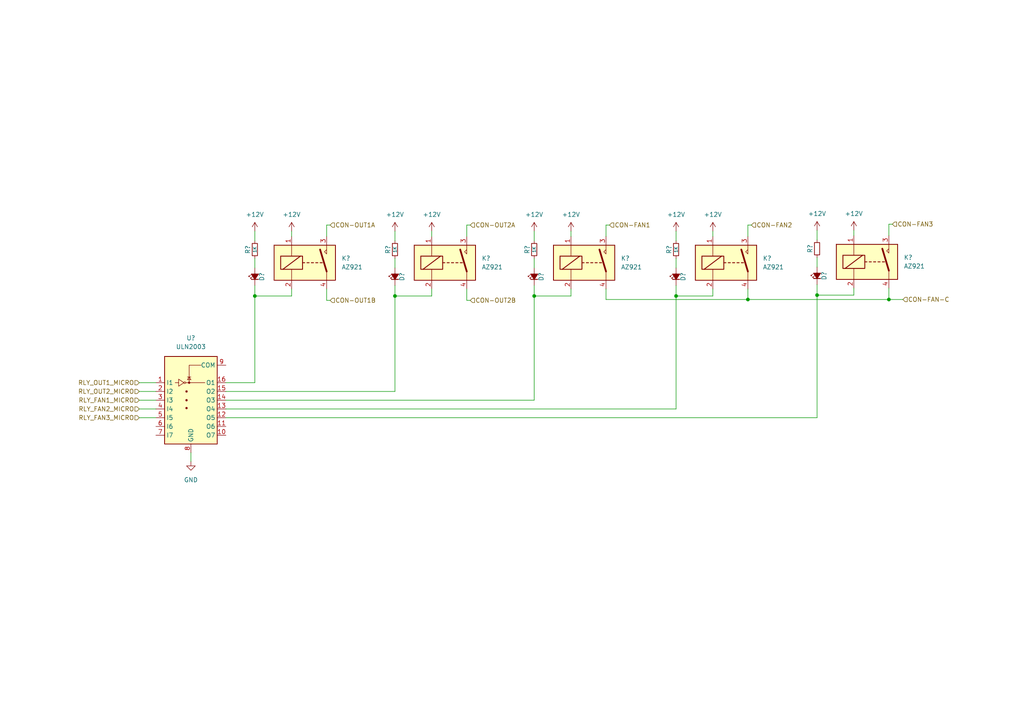
<source format=kicad_sch>
(kicad_sch (version 20230121) (generator eeschema)
  (paper "A4")
  (title_block (title "RoomLink") (date "2023-06-17") (rev "Version 1.0") (company "Designer: Raudy Rodríguez Moreno"))
  (lib_symbols
    (symbol "DIPxx-1Axx-13x_1"
      (property "Reference" "K3" (at 9.398 1.27 0))
      (property "Value" "AZ921" (at 9.398 -1.27 0))
      (symbol "DIPxx-1Axx-13x_1_0_0"
        (polyline (pts (xy 5.08 5.08) (xy 5.08 2.54) (xy 4.445 3.175) (xy 5.08 3.81)))
      )
      (symbol "DIPxx-1Axx-13x_1_0_1"
        (rectangle (start -10.16 5.08) (end 7.62 -5.08) (stroke (width 0.254)) (fill (type background)))
        (rectangle (start -8.255 1.905) (end -1.905 -1.905) (stroke (width 0.254)))
        (polyline (pts (xy -7.62 -1.905) (xy -2.54 1.905)) (stroke (width 0.254)))
        (polyline (pts (xy -5.08 -5.08) (xy -5.08 -1.905)))
        (polyline (pts (xy -5.08 5.08) (xy -5.08 1.905)))
        (polyline (pts (xy -1.905 0) (xy -1.27 0)) (stroke (width 0.254)))
        (polyline (pts (xy -0.635 0) (xy 0 0)) (stroke (width 0.254)))
        (polyline (pts (xy 0.635 0) (xy 1.27 0)) (stroke (width 0.254)))
        (polyline (pts (xy 1.905 0) (xy 2.54 0)) (stroke (width 0.254)))
        (polyline (pts (xy 3.175 0) (xy 3.81 0)) (stroke (width 0.254)))
        (polyline (pts (xy 5.08 -2.54) (xy 3.175 3.81)) (stroke (width 0.508)))
        (polyline (pts (xy 5.08 -2.54) (xy 5.08 -5.08)))
      )
      (symbol "DIPxx-1Axx-13x_1_1_1"
        (pin passive line (at -5.08 7.62 270) (length 2.54) (name "~") (number "1"))
        (pin passive line (at -5.08 -7.62 90) (length 2.54) (name "~") (number "2"))
        (pin passive line (at 5.08 7.62 270) (length 2.54) (name "~") (number "3"))
        (pin passive line (at 5.08 -7.62 90) (length 2.54) (name "~") (number "4"))
      )
    )
    (symbol "Device:LED_Small_Filled" (pin_numbers hide) (pin_names (offset 0.254) hide)
      (property "Reference" "D" (at -1.27 3.175 0))
      (property "Value" "LED_Small_Filled" (at -4.445 -2.54 0))
      (symbol "LED_Small_Filled_0_1"
        (polyline (pts (xy -0.762 -1.016) (xy -0.762 1.016)) (stroke (width 0.254)))
        (polyline (pts (xy 1.016 0) (xy -0.762 0)))
        (polyline (pts (xy 0.762 -1.016) (xy -0.762 0) (xy 0.762 1.016) (xy 0.762 -1.016)) (stroke (width 0.254)) (fill (type outline)))
        (polyline (pts (xy 0 0.762) (xy -0.508 1.27) (xy -0.254 1.27) (xy -0.508 1.27) (xy -0.508 1.016)))
        (polyline (pts (xy 0.508 1.27) (xy 0 1.778) (xy 0.254 1.778) (xy 0 1.778) (xy 0 1.524)))
      )
      (symbol "LED_Small_Filled_1_1"
        (pin passive line (at -2.54 0 0) (length 1.778) (name "K") (number "1"))
        (pin passive line (at 2.54 0 180) (length 1.778) (name "A") (number "2"))
      )
    )
    (symbol "Device:R_Small" (pin_numbers hide) (pin_names (offset 0.254) hide)
      (property "Reference" "R" (at 0.762 0.508 0))
      (property "Value" "R_Small" (at 0.762 -1.016 0))
      (symbol "R_Small_0_1"
        (rectangle (start -0.762 1.778) (end 0.762 -1.778) (stroke (width 0.2032)))
      )
      (symbol "R_Small_1_1"
        (pin passive line (at 0 2.54 270) (length 0.762) (name "~") (number "1"))
        (pin passive line (at 0 -2.54 90) (length 0.762) (name "~") (number "2"))
      )
    )
    (symbol "Transistor_Array:ULN2003"
      (property "Reference" "U" (at 0 15.875 0))
      (property "Value" "ULN2003" (at 0 13.97 0))
      (symbol "ULN2003_0_1"
        (rectangle (start -7.62 -12.7) (end 7.62 12.7) (stroke (width 0.254)) (fill (type background)))
        (circle (center -1.778 5.08) (radius 0.254))
        (circle (center -1.27 -2.286) (radius 0.254) (fill (type outline)))
        (circle (center -1.27 0) (radius 0.254) (fill (type outline)))
        (circle (center -1.27 2.54) (radius 0.254) (fill (type outline)))
        (circle (center -0.508 5.08) (radius 0.254) (fill (type outline)))
        (polyline (pts (xy -4.572 5.08) (xy -3.556 5.08)))
        (polyline (pts (xy -1.524 5.08) (xy 4.064 5.08)))
        (polyline (pts (xy 0 6.731) (xy -1.016 6.731)))
        (polyline (pts (xy -0.508 5.08) (xy -0.508 10.16) (xy 2.921 10.16)))
        (polyline (pts (xy -3.556 6.096) (xy -3.556 4.064) (xy -2.032 5.08) (xy -3.556 6.096)))
        (polyline (pts (xy 0 5.969) (xy -1.016 5.969) (xy -0.508 6.731) (xy 0 5.969)))
      )
      (symbol "ULN2003_1_1"
        (pin input line (at -10.16 5.08 0) (length 2.54) (name "I1") (number "1"))
        (pin open_collector line (at 10.16 -10.16 180) (length 2.54) (name "O7") (number "10"))
        (pin open_collector line (at 10.16 -7.62 180) (length 2.54) (name "O6") (number "11"))
        (pin open_collector line (at 10.16 -5.08 180) (length 2.54) (name "O5") (number "12"))
        (pin open_collector line (at 10.16 -2.54 180) (length 2.54) (name "O4") (number "13"))
        (pin open_collector line (at 10.16 0 180) (length 2.54) (name "O3") (number "14"))
        (pin open_collector line (at 10.16 2.54 180) (length 2.54) (name "O2") (number "15"))
        (pin open_collector line (at 10.16 5.08 180) (length 2.54) (name "O1") (number "16"))
        (pin input line (at -10.16 2.54 0) (length 2.54) (name "I2") (number "2"))
        (pin input line (at -10.16 0 0) (length 2.54) (name "I3") (number "3"))
        (pin input line (at -10.16 -2.54 0) (length 2.54) (name "I4") (number "4"))
        (pin input line (at -10.16 -5.08 0) (length 2.54) (name "I5") (number "5"))
        (pin input line (at -10.16 -7.62 0) (length 2.54) (name "I6") (number "6"))
        (pin input line (at -10.16 -10.16 0) (length 2.54) (name "I7") (number "7"))
        (pin power_in line (at 0 -15.24 90) (length 2.54) (name "GND") (number "8"))
        (pin passive line (at 10.16 10.16 180) (length 2.54) (name "COM") (number "9"))
      )
    )
    (symbol "power:+12V" (power) (pin_names (offset 0))
      (property "Value" "+12V" (at 0 3.556 0))
      (symbol "+12V_0_1"
        (polyline (pts (xy -0.762 1.27) (xy 0 2.54)))
        (polyline (pts (xy 0 0) (xy 0 2.54)))
        (polyline (pts (xy 0 2.54) (xy 0.762 1.27)))
      )
      (symbol "+12V_1_1"
        (pin power_in line (at 0 0 90) (length 0) hide (name "+12V") (number "1"))
      )
    )
    (symbol "power:GND" (power) (pin_names (offset 0))
      (property "Value" "GND" (at 0 -3.81 0))
      (symbol "GND_0_1"
        (polyline (pts (xy 0 0) (xy 0 -1.27) (xy 1.27 -1.27) (xy 0 -2.54) (xy -1.27 -1.27) (xy 0 -1.27)))
      )
      (symbol "GND_1_1"
        (pin power_in line (at 0 0 270) (length 0) hide (name "GND") (number "1"))
      )
    )
  )
  (junction (at 216.916 86.868))
  (junction (at 236.982 85.598))
  (junction (at 73.914 85.852))
  (junction (at 257.81 86.868))
  (junction (at 114.554 85.852))
  (junction (at 154.94 85.852))
  (junction (at 196.088 85.852))
  (wire (pts (xy 216.916 83.82) (xy 216.916 86.868)))
  (wire (pts (xy 247.65 85.598) (xy 236.982 85.598)))
  (wire (pts (xy 136.398 65.278) (xy 135.382 65.278)))
  (wire (pts (xy 196.088 118.618) (xy 65.532 118.618)))
  (wire (pts (xy 55.372 131.318) (xy 55.372 133.858)))
  (wire (pts (xy 65.532 113.538) (xy 114.554 113.538)))
  (wire (pts (xy 114.554 67.056) (xy 114.554 69.85)))
  (wire (pts (xy 236.982 85.598) (xy 236.982 121.158)))
  (wire (pts (xy 257.81 83.566) (xy 257.81 86.868)))
  (wire (pts (xy 135.382 65.278) (xy 135.382 68.58)))
  (wire (pts (xy 65.532 116.078) (xy 154.94 116.078)))
  (wire (pts (xy 236.982 66.802) (xy 236.982 69.596)))
  (wire (pts (xy 40.386 110.998) (xy 45.212 110.998)))
  (wire (pts (xy 196.088 85.852) (xy 196.088 118.618)))
  (wire (pts (xy 84.582 85.852) (xy 73.914 85.852)))
  (wire (pts (xy 217.932 65.278) (xy 216.916 65.278)))
  (wire (pts (xy 165.608 67.056) (xy 165.608 68.58)))
  (wire (pts (xy 125.222 85.852) (xy 114.554 85.852)))
  (wire (pts (xy 40.386 113.538) (xy 45.212 113.538)))
  (wire (pts (xy 258.826 65.024) (xy 257.81 65.024)))
  (wire (pts (xy 40.386 118.618) (xy 45.212 118.618)))
  (wire (pts (xy 94.742 83.82) (xy 94.742 87.122)))
  (wire (pts (xy 114.554 74.93) (xy 114.554 77.724)))
  (wire (pts (xy 136.398 87.122) (xy 135.382 87.122)))
  (wire (pts (xy 95.758 87.122) (xy 94.742 87.122)))
  (wire (pts (xy 206.756 83.82) (xy 206.756 85.852)))
  (wire (pts (xy 114.554 82.804) (xy 114.554 85.852)))
  (wire (pts (xy 125.222 67.056) (xy 125.222 68.58)))
  (wire (pts (xy 154.94 74.93) (xy 154.94 77.724)))
  (wire (pts (xy 165.608 83.82) (xy 165.608 85.852)))
  (wire (pts (xy 94.742 65.278) (xy 94.742 68.58)))
  (wire (pts (xy 176.784 65.278) (xy 175.768 65.278)))
  (wire (pts (xy 175.768 65.278) (xy 175.768 68.58)))
  (wire (pts (xy 73.914 67.056) (xy 73.914 69.85)))
  (wire (pts (xy 175.768 83.82) (xy 175.768 86.868)))
  (wire (pts (xy 73.914 82.804) (xy 73.914 85.852)))
  (wire (pts (xy 236.982 82.55) (xy 236.982 85.598)))
  (wire (pts (xy 40.386 116.078) (xy 45.212 116.078)))
  (wire (pts (xy 114.554 85.852) (xy 114.554 113.538)))
  (wire (pts (xy 247.65 66.802) (xy 247.65 68.326)))
  (wire (pts (xy 175.768 86.868) (xy 216.916 86.868)))
  (wire (pts (xy 84.582 67.056) (xy 84.582 68.58)))
  (wire (pts (xy 135.382 83.82) (xy 135.382 87.122)))
  (wire (pts (xy 40.386 121.158) (xy 45.212 121.158)))
  (wire (pts (xy 73.914 110.998) (xy 65.532 110.998)))
  (wire (pts (xy 154.94 85.852) (xy 154.94 116.078)))
  (wire (pts (xy 247.65 83.566) (xy 247.65 85.598)))
  (wire (pts (xy 216.916 86.868) (xy 257.81 86.868)))
  (wire (pts (xy 154.94 67.056) (xy 154.94 69.85)))
  (wire (pts (xy 196.088 74.93) (xy 196.088 77.724)))
  (wire (pts (xy 165.608 85.852) (xy 154.94 85.852)))
  (wire (pts (xy 196.088 67.056) (xy 196.088 69.85)))
  (wire (pts (xy 236.982 74.676) (xy 236.982 77.47)))
  (wire (pts (xy 73.914 85.852) (xy 73.914 110.998)))
  (wire (pts (xy 257.81 65.024) (xy 257.81 68.326)))
  (wire (pts (xy 196.088 82.804) (xy 196.088 85.852)))
  (wire (pts (xy 125.222 83.82) (xy 125.222 85.852)))
  (wire (pts (xy 206.756 67.056) (xy 206.756 68.58)))
  (wire (pts (xy 65.532 121.158) (xy 236.982 121.158)))
  (wire (pts (xy 154.94 82.804) (xy 154.94 85.852)))
  (wire (pts (xy 95.758 65.278) (xy 94.742 65.278)))
  (wire (pts (xy 257.81 86.868) (xy 261.874 86.868)))
  (wire (pts (xy 216.916 65.278) (xy 216.916 68.58)))
  (wire (pts (xy 84.582 83.82) (xy 84.582 85.852)))
  (wire (pts (xy 73.914 74.93) (xy 73.914 77.724)))
  (wire (pts (xy 206.756 85.852) (xy 196.088 85.852)))
  (hierarchical_label "RLY_FAN3_MICRO" (shape input) (at 40.386 121.158 180))
  (hierarchical_label "CON-FAN2" (shape input) (at 217.932 65.278 0))
  (hierarchical_label "CON-OUT1A" (shape input) (at 95.758 65.278 0))
  (hierarchical_label "CON-OUT2B" (shape input) (at 136.398 87.122 0))
  (hierarchical_label "RLY_OUT2_MICRO" (shape input) (at 40.386 113.538 180))
  (hierarchical_label "RLY_FAN2_MICRO" (shape input) (at 40.386 118.618 180))
  (hierarchical_label "CON-FAN-C" (shape input) (at 261.874 86.868 0))
  (hierarchical_label "CON-OUT1B" (shape input) (at 95.758 87.122 0))
  (hierarchical_label "RLY_FAN1_MICRO" (shape input) (at 40.386 116.078 180))
  (hierarchical_label "RLY_OUT1_MICRO" (shape input) (at 40.386 110.998 180))
  (hierarchical_label "CON-FAN3" (shape input) (at 258.826 65.024 0))
  (hierarchical_label "CON-OUT2A" (shape input) (at 136.398 65.278 0))
  (hierarchical_label "CON-FAN1" (shape input) (at 176.784 65.278 0))
  (symbol (lib_id "power:GND") (at 55.372 133.858 0) (unit 1)
    (property "Reference" "#PWR024" (effects hide))
    (property "Value" "GND" (at 55.372 139.192 0))
  )
  (symbol (lib_id "Device:LED_Small_Filled") (at 73.914 80.264 90) (unit 1)
    (property "Reference" "D?" (at 75.946 80.264 0))
    (property "Value" "LED_Small_Filled" (effects hide))
    (property "Footprint" "LED_SMD:LED_0805_2012Metric_Pad1.15x1.40mm_HandSolder" (effects hide))
    (instances (project "RoomLink" (path "" (reference "D?") (unit 1)) (path "" (reference "D?") (unit 1)) (path "" (reference "D?") (unit 1)) (path "" (reference "D?") (unit 1)) (path "" (reference "D?") (unit 1)) (path "" (reference "D4") (unit 1))))
  )
  (symbol (lib_id "power:+12V") (at 154.94 67.056 0) (unit 1)
    (property "Reference" "#PWR029" (effects hide))
    (property "Value" "+12V" (at 154.94 62.23 0))
  )
  (symbol (lib_id "Device:LED_Small_Filled") (at 196.088 80.264 90) (unit 1)
    (property "Reference" "D?" (at 198.12 80.264 0))
    (property "Value" "LED_Small_Filled" (effects hide))
    (property "Footprint" "LED_SMD:LED_0805_2012Metric_Pad1.15x1.40mm_HandSolder" (effects hide))
    (instances (project "RoomLink" (path "" (reference "D?") (unit 1)) (path "" (reference "D?") (unit 1)) (path "" (reference "D?") (unit 1)) (path "" (reference "D?") (unit 1)) (path "" (reference "D?") (unit 1)) (path "" (reference "D7") (unit 1))))
  )
  (symbol (lib_id "power:+12V") (at 73.914 67.056 0) (unit 1)
    (property "Reference" "#PWR025" (effects hide))
    (property "Value" "+12V" (at 73.914 62.23 0))
  )
  (symbol (lib_name "DIPxx-1Axx-13x_1") (lib_id "Relay:DIPxx-1Axx-13x") (at 170.688 76.2 0) (unit 1)
    (property "Reference" "K?" (at 180.086 74.93 0) (effects (justify left)))
    (property "Value" "AZ921" (at 180.086 77.47 0) (effects (justify left)))
    (property "Footprint" "LibKiCad:AZ921" (effects hide))
    (property "Datasheet" "https://www.azettler.com/pdfs/az921.pdf" (effects hide))
    (instances (project "RoomLink" (path "" (reference "K?") (unit 1)) (path "" (reference "K?") (unit 1)) (path "" (reference "K?") (unit 1)) (path "" (reference "K?") (unit 1)) (path "" (reference "K?") (unit 1)) (path "" (reference "K3") (unit 1))))
  )
  (symbol (lib_id "Transistor_Array:ULN2003") (at 55.372 116.078 0) (unit 1)
    (property "Reference" "U?" (at 55.372 98.044 0))
    (property "Value" "ULN2003" (at 55.372 100.584 0))
    (property "Footprint" "LibKiCad:ULN2003-16N" (effects hide))
    (property "Datasheet" "http://www.ti.com/lit/ds/symlink/uln2003a.pdf" (effects hide))
    (instances (project "RoomLink" (path "" (reference "U?") (unit 1)) (path "" (reference "U?") (unit 1)) (path "" (reference "U?") (unit 1)) (path "" (reference "U?") (unit 1)) (path "" (reference "U?") (unit 1)) (path "" (reference "U4") (unit 1))))
  )
  (symbol (lib_name "DIPxx-1Axx-13x_1") (lib_id "Relay:DIPxx-1Axx-13x") (at 252.73 75.946 0) (unit 1)
    (property "Reference" "K?" (at 262.128 74.676 0) (effects (justify left)))
    (property "Value" "AZ921" (at 262.128 77.216 0) (effects (justify left)))
    (property "Footprint" "LibKiCad:AZ921" (effects hide))
    (property "Datasheet" "https://www.azettler.com/pdfs/az921.pdf" (effects hide))
    (instances (project "RoomLink" (path "" (reference "K?") (unit 1)) (path "" (reference "K?") (unit 1)) (path "" (reference "K?") (unit 1)) (path "" (reference "K?") (unit 1)) (path "" (reference "K?") (unit 1)) (path "" (reference "K5") (unit 1))))
  )
  (symbol (lib_id "Device:R_Small") (at 196.088 72.39 180) (unit 1)
    (property "Reference" "R?" (at 194.056 72.39 90))
    (property "Value" "1K" (at 196.088 72.39 90) (effects (font (size 0.9 0.9))))
    (property "Footprint" "Resistor_SMD:R_0805_2012Metric_Pad1.20x1.40mm_HandSolder" (effects hide))
    (instances (project "RoomLink" (path "" (reference "R?") (unit 1)) (path "" (reference "R?") (unit 1)) (path "" (reference "R?") (unit 1)) (path "" (reference "R?") (unit 1)) (path "" (reference "R?") (unit 1)) (path "" (reference "R14") (unit 1))))
  )
  (symbol (lib_name "DIPxx-1Axx-13x_1") (lib_id "Relay:DIPxx-1Axx-13x") (at 211.836 76.2 0) (unit 1)
    (property "Reference" "K?" (at 221.234 74.93 0) (effects (justify left)))
    (property "Value" "AZ921" (at 221.234 77.47 0) (effects (justify left)))
    (property "Footprint" "LibKiCad:AZ921" (effects hide))
    (property "Datasheet" "https://www.azettler.com/pdfs/az921.pdf" (effects hide))
    (instances (project "RoomLink" (path "" (reference "K?") (unit 1)) (path "" (reference "K?") (unit 1)) (path "" (reference "K?") (unit 1)) (path "" (reference "K?") (unit 1)) (path "" (reference "K?") (unit 1)) (path "" (reference "K4") (unit 1))))
  )
  (symbol (lib_id "Device:LED_Small_Filled") (at 114.554 80.264 90) (unit 1)
    (property "Reference" "D?" (at 116.586 80.264 0))
    (property "Value" "LED_Small_Filled" (effects hide))
    (property "Footprint" "LED_SMD:LED_0805_2012Metric_Pad1.15x1.40mm_HandSolder" (effects hide))
    (instances (project "RoomLink" (path "" (reference "D?") (unit 1)) (path "" (reference "D?") (unit 1)) (path "" (reference "D?") (unit 1)) (path "" (reference "D?") (unit 1)) (path "" (reference "D?") (unit 1)) (path "" (reference "D5") (unit 1))))
  )
  (symbol (lib_id "Device:LED_Small_Filled") (at 154.94 80.264 90) (unit 1)
    (property "Reference" "D?" (at 156.972 80.264 0))
    (property "Value" "LED_Small_Filled" (effects hide))
    (property "Footprint" "LED_SMD:LED_0805_2012Metric_Pad1.15x1.40mm_HandSolder" (effects hide))
    (instances (project "RoomLink" (path "" (reference "D?") (unit 1)) (path "" (reference "D?") (unit 1)) (path "" (reference "D?") (unit 1)) (path "" (reference "D?") (unit 1)) (path "" (reference "D?") (unit 1)) (path "" (reference "D6") (unit 1))))
  )
  (symbol (lib_id "Device:R_Small") (at 236.982 72.136 180) (unit 1)
    (property "Reference" "R?" (at 234.95 72.136 90))
    (property "Value" "1K" (effects hide))
    (property "Footprint" "Resistor_SMD:R_0805_2012Metric_Pad1.20x1.40mm_HandSolder" (effects hide))
    (instances (project "RoomLink" (path "" (reference "R?") (unit 1)) (path "" (reference "R?") (unit 1)) (path "" (reference "R?") (unit 1)) (path "" (reference "R?") (unit 1)) (path "" (reference "R?") (unit 1)) (path "" (reference "R15") (unit 1))))
  )
  (symbol (lib_id "power:+12V") (at 114.554 67.056 0) (unit 1)
    (property "Reference" "#PWR027" (effects hide))
    (property "Value" "+12V" (at 114.554 62.23 0))
  )
  (symbol (lib_name "DIPxx-1Axx-13x_1") (lib_id "Relay:DIPxx-1Axx-13x") (at 130.302 76.2 0) (unit 1)
    (property "Reference" "K?" (at 139.7 74.93 0) (effects (justify left)))
    (property "Value" "AZ921" (at 139.7 77.47 0) (effects (justify left)))
    (property "Footprint" "LibKiCad:AZ921" (effects hide))
    (property "Datasheet" "https://www.azettler.com/pdfs/az921.pdf" (effects hide))
    (instances (project "RoomLink" (path "" (reference "K?") (unit 1)) (path "" (reference "K?") (unit 1)) (path "" (reference "K?") (unit 1)) (path "" (reference "K?") (unit 1)) (path "" (reference "K?") (unit 1)) (path "" (reference "K2") (unit 1))))
  )
  (symbol (lib_id "Device:R_Small") (at 114.554 72.39 180) (unit 1)
    (property "Reference" "R?" (at 112.522 72.39 90))
    (property "Value" "1K" (at 114.554 72.39 90) (effects (font (size 0.9 0.9))))
    (property "Footprint" "Resistor_SMD:R_0805_2012Metric_Pad1.20x1.40mm_HandSolder" (effects hide))
    (instances (project "RoomLink" (path "" (reference "R?") (unit 1)) (path "" (reference "R?") (unit 1)) (path "" (reference "R?") (unit 1)) (path "" (reference "R?") (unit 1)) (path "" (reference "R?") (unit 1)) (path "" (reference "R12") (unit 1))))
  )
  (symbol (lib_id "Device:LED_Small_Filled") (at 236.982 80.01 90) (unit 1)
    (property "Reference" "D?" (at 239.014 80.01 0))
    (property "Value" "LED_Small_Filled" (effects hide))
    (property "Footprint" "LED_SMD:LED_0805_2012Metric_Pad1.15x1.40mm_HandSolder" (effects hide))
    (instances (project "RoomLink" (path "" (reference "D?") (unit 1)) (path "" (reference "D?") (unit 1)) (path "" (reference "D?") (unit 1)) (path "" (reference "D?") (unit 1)) (path "" (reference "D?") (unit 1)) (path "" (reference "D8") (unit 1))))
  )
  (symbol (lib_id "power:+12V") (at 236.982 66.802 0) (unit 1)
    (property "Reference" "#PWR033" (effects hide))
    (property "Value" "+12V" (at 236.982 61.976 0))
  )
  (symbol (lib_id "Device:R_Small") (at 73.914 72.39 180) (unit 1)
    (property "Reference" "R?" (at 71.882 72.39 90))
    (property "Value" "1K" (at 73.914 72.39 90) (effects (font (size 0.9 0.9))))
    (property "Footprint" "Resistor_SMD:R_0805_2012Metric_Pad1.20x1.40mm_HandSolder" (effects hide))
    (instances (project "RoomLink" (path "" (reference "R?") (unit 1)) (path "" (reference "R?") (unit 1)) (path "" (reference "R?") (unit 1)) (path "" (reference "R?") (unit 1)) (path "" (reference "R?") (unit 1)) (path "" (reference "R11") (unit 1))))
  )
  (symbol (lib_id "power:+12V") (at 84.582 67.056 0) (unit 1)
    (property "Reference" "#PWR026" (effects hide))
    (property "Value" "+12V" (at 84.582 62.23 0))
  )
  (symbol (lib_id "power:+12V") (at 206.756 67.056 0) (unit 1)
    (property "Reference" "#PWR032" (effects hide))
    (property "Value" "+12V" (at 206.756 62.23 0))
  )
  (symbol (lib_id "power:+12V") (at 125.222 67.056 0) (unit 1)
    (property "Reference" "#PWR028" (effects hide))
    (property "Value" "+12V" (at 125.222 62.23 0))
  )
  (symbol (lib_id "power:+12V") (at 165.608 67.056 0) (unit 1)
    (property "Reference" "#PWR030" (effects hide))
    (property "Value" "+12V" (at 165.608 62.23 0))
  )
  (symbol (lib_name "DIPxx-1Axx-13x_1") (lib_id "Relay:DIPxx-1Axx-13x") (at 89.662 76.2 0) (unit 1)
    (property "Reference" "K?" (at 99.06 74.93 0) (effects (justify left)))
    (property "Value" "AZ921" (at 99.06 77.47 0) (effects (justify left)))
    (property "Footprint" "LibKiCad:AZ921" (effects hide))
    (property "Datasheet" "https://www.azettler.com/pdfs/az921.pdf" (effects hide))
    (instances (project "RoomLink" (path "" (reference "K?") (unit 1)) (path "" (reference "K?") (unit 1)) (path "" (reference "K?") (unit 1)) (path "" (reference "K?") (unit 1)) (path "" (reference "K?") (unit 1)) (path "" (reference "K1") (unit 1))))
  )
  (symbol (lib_id "power:+12V") (at 196.088 67.056 0) (unit 1)
    (property "Reference" "#PWR031" (effects hide))
    (property "Value" "+12V" (at 196.088 62.23 0))
  )
  (symbol (lib_id "Device:R_Small") (at 154.94 72.39 180) (unit 1)
    (property "Reference" "R?" (at 152.908 72.39 90))
    (property "Value" "1K" (at 154.94 72.39 90) (effects (font (size 0.9 0.9))))
    (property "Footprint" "Resistor_SMD:R_0805_2012Metric_Pad1.20x1.40mm_HandSolder" (effects hide))
    (instances (project "RoomLink" (path "" (reference "R?") (unit 1)) (path "" (reference "R?") (unit 1)) (path "" (reference "R?") (unit 1)) (path "" (reference "R?") (unit 1)) (path "" (reference "R?") (unit 1)) (path "" (reference "R13") (unit 1))))
  )
  (symbol (lib_id "power:+12V") (at 247.65 66.802 0) (unit 1)
    (property "Reference" "#PWR034" (effects hide))
    (property "Value" "+12V" (at 247.65 61.976 0))
  )
)
</source>
